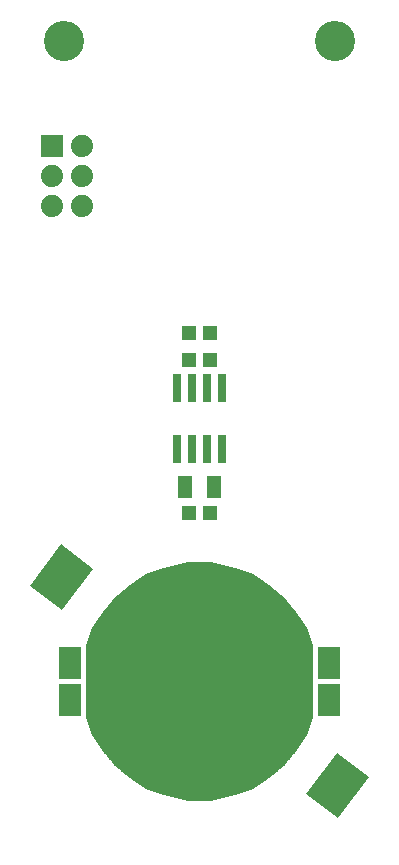
<source format=gbs>
G75*
%MOIN*%
%OFA0B0*%
%FSLAX25Y25*%
%IPPOS*%
%LPD*%
%AMOC8*
5,1,8,0,0,1.08239X$1,22.5*
%
%ADD10C,0.13398*%
%ADD11R,0.07800X0.10800*%
%ADD12C,0.32296*%
%ADD13C,0.00500*%
%ADD14R,0.07400X0.07400*%
%ADD15C,0.07400*%
%ADD16R,0.13398X0.17335*%
%ADD17R,0.05131X0.07493*%
%ADD18R,0.05131X0.04737*%
%ADD19R,0.04737X0.05131*%
%ADD20R,0.03162X0.09461*%
D10*
X0013780Y0261811D03*
X0104331Y0261811D03*
D11*
X0102362Y0054331D03*
X0102362Y0042126D03*
X0015748Y0042126D03*
X0015748Y0054331D03*
D12*
X0059055Y0048228D03*
D13*
X0021654Y0036417D02*
X0023622Y0030512D01*
X0027559Y0024606D01*
X0031102Y0020276D01*
X0035433Y0016732D01*
X0041339Y0012795D01*
X0047244Y0010827D01*
X0055118Y0008858D01*
X0059055Y0008858D01*
X0059055Y0048228D01*
X0096457Y0048228D01*
X0096457Y0036417D01*
X0094488Y0030512D01*
X0090551Y0024606D01*
X0087008Y0020276D01*
X0082677Y0016732D01*
X0076772Y0012795D01*
X0070866Y0010827D01*
X0062992Y0008858D01*
X0059055Y0008858D01*
X0059055Y0048228D01*
X0021654Y0048228D01*
X0021654Y0060039D01*
X0023622Y0065945D01*
X0027559Y0071850D01*
X0031102Y0076181D01*
X0035433Y0079724D01*
X0041339Y0083661D01*
X0047244Y0085630D01*
X0055118Y0087598D01*
X0059055Y0087598D01*
X0059055Y0048228D01*
X0021654Y0048228D01*
X0021654Y0036417D01*
X0021662Y0036391D02*
X0059055Y0036391D01*
X0096448Y0036391D01*
X0096457Y0036890D02*
X0059055Y0036890D01*
X0021654Y0036890D01*
X0021654Y0037388D02*
X0059055Y0037388D01*
X0096457Y0037388D01*
X0096457Y0037887D02*
X0059055Y0037887D01*
X0021654Y0037887D01*
X0021654Y0038385D02*
X0059055Y0038385D01*
X0096457Y0038385D01*
X0096457Y0038884D02*
X0059055Y0038884D01*
X0021654Y0038884D01*
X0021654Y0039382D02*
X0059055Y0039382D01*
X0096457Y0039382D01*
X0096457Y0039881D02*
X0059055Y0039881D01*
X0021654Y0039881D01*
X0021654Y0040379D02*
X0059055Y0040379D01*
X0096457Y0040379D01*
X0096457Y0040878D02*
X0059055Y0040878D01*
X0021654Y0040878D01*
X0021654Y0041376D02*
X0059055Y0041376D01*
X0096457Y0041376D01*
X0096457Y0041875D02*
X0059055Y0041875D01*
X0021654Y0041875D01*
X0021654Y0042373D02*
X0059055Y0042373D01*
X0096457Y0042373D01*
X0096457Y0042872D02*
X0059055Y0042872D01*
X0021654Y0042872D01*
X0021654Y0043370D02*
X0059055Y0043370D01*
X0096457Y0043370D01*
X0096457Y0043869D02*
X0059055Y0043869D01*
X0021654Y0043869D01*
X0021654Y0044368D02*
X0059055Y0044368D01*
X0096457Y0044368D01*
X0096457Y0044866D02*
X0059055Y0044866D01*
X0021654Y0044866D01*
X0021654Y0045365D02*
X0059055Y0045365D01*
X0096457Y0045365D01*
X0096457Y0045863D02*
X0059055Y0045863D01*
X0021654Y0045863D01*
X0021654Y0046362D02*
X0059055Y0046362D01*
X0096457Y0046362D01*
X0096457Y0046860D02*
X0059055Y0046860D01*
X0021654Y0046860D01*
X0021654Y0047359D02*
X0059055Y0047359D01*
X0096457Y0047359D01*
X0096457Y0047857D02*
X0059055Y0047857D01*
X0021654Y0047857D01*
X0021654Y0048356D02*
X0059055Y0048356D01*
X0096457Y0048356D01*
X0096457Y0048228D02*
X0059055Y0048228D01*
X0059055Y0087598D01*
X0062992Y0087598D01*
X0070866Y0085630D01*
X0076772Y0083661D01*
X0082677Y0079724D01*
X0087008Y0076181D01*
X0090551Y0071850D01*
X0094488Y0065945D01*
X0096457Y0060039D01*
X0096457Y0048228D01*
X0096457Y0048854D02*
X0059055Y0048854D01*
X0021654Y0048854D01*
X0021654Y0049353D02*
X0059055Y0049353D01*
X0096457Y0049353D01*
X0096457Y0049851D02*
X0059055Y0049851D01*
X0021654Y0049851D01*
X0021654Y0050350D02*
X0059055Y0050350D01*
X0096457Y0050350D01*
X0096457Y0050848D02*
X0059055Y0050848D01*
X0021654Y0050848D01*
X0021654Y0051347D02*
X0059055Y0051347D01*
X0096457Y0051347D01*
X0096457Y0051845D02*
X0059055Y0051845D01*
X0021654Y0051845D01*
X0021654Y0052344D02*
X0059055Y0052344D01*
X0096457Y0052344D01*
X0096457Y0052842D02*
X0059055Y0052842D01*
X0021654Y0052842D01*
X0021654Y0053341D02*
X0059055Y0053341D01*
X0096457Y0053341D01*
X0096457Y0053839D02*
X0059055Y0053839D01*
X0021654Y0053839D01*
X0021654Y0054338D02*
X0059055Y0054338D01*
X0096457Y0054338D01*
X0096457Y0054836D02*
X0059055Y0054836D01*
X0021654Y0054836D01*
X0021654Y0055335D02*
X0059055Y0055335D01*
X0096457Y0055335D01*
X0096457Y0055833D02*
X0059055Y0055833D01*
X0021654Y0055833D01*
X0021654Y0056332D02*
X0059055Y0056332D01*
X0096457Y0056332D01*
X0096457Y0056830D02*
X0059055Y0056830D01*
X0021654Y0056830D01*
X0021654Y0057329D02*
X0059055Y0057329D01*
X0096457Y0057329D01*
X0096457Y0057827D02*
X0059055Y0057827D01*
X0021654Y0057827D01*
X0021654Y0058326D02*
X0059055Y0058326D01*
X0096457Y0058326D01*
X0096457Y0058824D02*
X0059055Y0058824D01*
X0021654Y0058824D01*
X0021654Y0059323D02*
X0059055Y0059323D01*
X0096457Y0059323D01*
X0096457Y0059821D02*
X0059055Y0059821D01*
X0021654Y0059821D01*
X0021747Y0060320D02*
X0059055Y0060320D01*
X0096363Y0060320D01*
X0096197Y0060818D02*
X0059055Y0060818D01*
X0021913Y0060818D01*
X0022079Y0061317D02*
X0059055Y0061317D01*
X0096031Y0061317D01*
X0095865Y0061815D02*
X0059055Y0061815D01*
X0022246Y0061815D01*
X0022412Y0062314D02*
X0059055Y0062314D01*
X0095699Y0062314D01*
X0095532Y0062812D02*
X0059055Y0062812D01*
X0022578Y0062812D01*
X0022744Y0063311D02*
X0059055Y0063311D01*
X0095366Y0063311D01*
X0095200Y0063809D02*
X0059055Y0063809D01*
X0022910Y0063809D01*
X0023076Y0064308D02*
X0059055Y0064308D01*
X0095034Y0064308D01*
X0094868Y0064806D02*
X0059055Y0064806D01*
X0023243Y0064806D01*
X0023409Y0065305D02*
X0059055Y0065305D01*
X0094701Y0065305D01*
X0094535Y0065803D02*
X0059055Y0065803D01*
X0023575Y0065803D01*
X0023860Y0066302D02*
X0059055Y0066302D01*
X0094250Y0066302D01*
X0093918Y0066801D02*
X0059055Y0066801D01*
X0024192Y0066801D01*
X0024525Y0067299D02*
X0059055Y0067299D01*
X0093585Y0067299D01*
X0093253Y0067798D02*
X0059055Y0067798D01*
X0024857Y0067798D01*
X0025189Y0068296D02*
X0059055Y0068296D01*
X0092921Y0068296D01*
X0092588Y0068795D02*
X0059055Y0068795D01*
X0025522Y0068795D01*
X0025854Y0069293D02*
X0059055Y0069293D01*
X0092256Y0069293D01*
X0091924Y0069792D02*
X0059055Y0069792D01*
X0026187Y0069792D01*
X0026519Y0070290D02*
X0059055Y0070290D01*
X0091591Y0070290D01*
X0091259Y0070789D02*
X0059055Y0070789D01*
X0026851Y0070789D01*
X0027184Y0071287D02*
X0059055Y0071287D01*
X0090927Y0071287D01*
X0090594Y0071786D02*
X0059055Y0071786D01*
X0027516Y0071786D01*
X0027914Y0072284D02*
X0059055Y0072284D01*
X0090196Y0072284D01*
X0089788Y0072783D02*
X0059055Y0072783D01*
X0028322Y0072783D01*
X0028730Y0073281D02*
X0059055Y0073281D01*
X0089381Y0073281D01*
X0088973Y0073780D02*
X0059055Y0073780D01*
X0029138Y0073780D01*
X0029545Y0074278D02*
X0059055Y0074278D01*
X0088565Y0074278D01*
X0088157Y0074777D02*
X0059055Y0074777D01*
X0029953Y0074777D01*
X0030361Y0075275D02*
X0059055Y0075275D01*
X0087749Y0075275D01*
X0087341Y0075774D02*
X0059055Y0075774D01*
X0030769Y0075774D01*
X0031214Y0076272D02*
X0059055Y0076272D01*
X0086896Y0076272D01*
X0086287Y0076771D02*
X0059055Y0076771D01*
X0031823Y0076771D01*
X0032432Y0077269D02*
X0059055Y0077269D01*
X0085678Y0077269D01*
X0085069Y0077768D02*
X0059055Y0077768D01*
X0033042Y0077768D01*
X0033651Y0078266D02*
X0059055Y0078266D01*
X0084459Y0078266D01*
X0083850Y0078765D02*
X0059055Y0078765D01*
X0034260Y0078765D01*
X0034869Y0079263D02*
X0059055Y0079263D01*
X0083241Y0079263D01*
X0082621Y0079762D02*
X0059055Y0079762D01*
X0035489Y0079762D01*
X0036237Y0080260D02*
X0059055Y0080260D01*
X0081873Y0080260D01*
X0081126Y0080759D02*
X0059055Y0080759D01*
X0036985Y0080759D01*
X0037732Y0081257D02*
X0059055Y0081257D01*
X0080378Y0081257D01*
X0079630Y0081756D02*
X0059055Y0081756D01*
X0038480Y0081756D01*
X0039228Y0082254D02*
X0059055Y0082254D01*
X0078882Y0082254D01*
X0078134Y0082753D02*
X0059055Y0082753D01*
X0039976Y0082753D01*
X0040724Y0083251D02*
X0059055Y0083251D01*
X0077387Y0083251D01*
X0076506Y0083750D02*
X0059055Y0083750D01*
X0041604Y0083750D01*
X0043100Y0084248D02*
X0059055Y0084248D01*
X0075011Y0084248D01*
X0073515Y0084747D02*
X0059055Y0084747D01*
X0044595Y0084747D01*
X0046091Y0085245D02*
X0059055Y0085245D01*
X0072020Y0085245D01*
X0070410Y0085744D02*
X0059055Y0085744D01*
X0047700Y0085744D01*
X0049694Y0086242D02*
X0059055Y0086242D01*
X0068416Y0086242D01*
X0066422Y0086741D02*
X0059055Y0086741D01*
X0051688Y0086741D01*
X0053682Y0087239D02*
X0059055Y0087239D01*
X0064428Y0087239D01*
X0059055Y0035893D02*
X0096282Y0035893D01*
X0096116Y0035394D02*
X0059055Y0035394D01*
X0021995Y0035394D01*
X0022161Y0034896D02*
X0059055Y0034896D01*
X0095950Y0034896D01*
X0095783Y0034397D02*
X0059055Y0034397D01*
X0022327Y0034397D01*
X0022493Y0033899D02*
X0059055Y0033899D01*
X0095617Y0033899D01*
X0095451Y0033400D02*
X0059055Y0033400D01*
X0022659Y0033400D01*
X0022825Y0032902D02*
X0059055Y0032902D01*
X0095285Y0032902D01*
X0095119Y0032403D02*
X0059055Y0032403D01*
X0022992Y0032403D01*
X0023158Y0031905D02*
X0059055Y0031905D01*
X0094952Y0031905D01*
X0094786Y0031406D02*
X0059055Y0031406D01*
X0023324Y0031406D01*
X0023490Y0030908D02*
X0059055Y0030908D01*
X0094620Y0030908D01*
X0094420Y0030409D02*
X0059055Y0030409D01*
X0023690Y0030409D01*
X0024023Y0029911D02*
X0059055Y0029911D01*
X0094087Y0029911D01*
X0093755Y0029412D02*
X0059055Y0029412D01*
X0024355Y0029412D01*
X0024687Y0028914D02*
X0059055Y0028914D01*
X0093423Y0028914D01*
X0093090Y0028415D02*
X0059055Y0028415D01*
X0025020Y0028415D01*
X0025352Y0027917D02*
X0059055Y0027917D01*
X0092758Y0027917D01*
X0092426Y0027418D02*
X0059055Y0027418D01*
X0025685Y0027418D01*
X0026017Y0026920D02*
X0059055Y0026920D01*
X0092093Y0026920D01*
X0091761Y0026421D02*
X0059055Y0026421D01*
X0026349Y0026421D01*
X0026682Y0025923D02*
X0059055Y0025923D01*
X0091429Y0025923D01*
X0091096Y0025424D02*
X0059055Y0025424D01*
X0027014Y0025424D01*
X0027346Y0024926D02*
X0059055Y0024926D01*
X0090764Y0024926D01*
X0090405Y0024427D02*
X0059055Y0024427D01*
X0027706Y0024427D01*
X0028114Y0023929D02*
X0059055Y0023929D01*
X0089997Y0023929D01*
X0089589Y0023430D02*
X0059055Y0023430D01*
X0028521Y0023430D01*
X0028929Y0022932D02*
X0059055Y0022932D01*
X0089181Y0022932D01*
X0088773Y0022433D02*
X0059055Y0022433D01*
X0029337Y0022433D01*
X0029745Y0021934D02*
X0059055Y0021934D01*
X0088365Y0021934D01*
X0087957Y0021436D02*
X0059055Y0021436D01*
X0030153Y0021436D01*
X0030561Y0020937D02*
X0059055Y0020937D01*
X0087549Y0020937D01*
X0087142Y0020439D02*
X0059055Y0020439D01*
X0030969Y0020439D01*
X0031512Y0019940D02*
X0059055Y0019940D01*
X0086598Y0019940D01*
X0085989Y0019442D02*
X0059055Y0019442D01*
X0032121Y0019442D01*
X0032731Y0018943D02*
X0059055Y0018943D01*
X0085380Y0018943D01*
X0084770Y0018445D02*
X0059055Y0018445D01*
X0033340Y0018445D01*
X0033949Y0017946D02*
X0059055Y0017946D01*
X0084161Y0017946D01*
X0083552Y0017448D02*
X0059055Y0017448D01*
X0034558Y0017448D01*
X0035168Y0016949D02*
X0059055Y0016949D01*
X0082943Y0016949D01*
X0082255Y0016451D02*
X0059055Y0016451D01*
X0035855Y0016451D01*
X0036603Y0015952D02*
X0059055Y0015952D01*
X0081507Y0015952D01*
X0080760Y0015454D02*
X0059055Y0015454D01*
X0037351Y0015454D01*
X0038098Y0014955D02*
X0059055Y0014955D01*
X0080012Y0014955D01*
X0079264Y0014457D02*
X0059055Y0014457D01*
X0038846Y0014457D01*
X0039594Y0013958D02*
X0059055Y0013958D01*
X0078516Y0013958D01*
X0077768Y0013460D02*
X0059055Y0013460D01*
X0040342Y0013460D01*
X0041090Y0012961D02*
X0059055Y0012961D01*
X0077021Y0012961D01*
X0075774Y0012463D02*
X0059055Y0012463D01*
X0042336Y0012463D01*
X0043832Y0011964D02*
X0059055Y0011964D01*
X0074279Y0011964D01*
X0072783Y0011466D02*
X0059055Y0011466D01*
X0045327Y0011466D01*
X0046823Y0010967D02*
X0059055Y0010967D01*
X0071288Y0010967D01*
X0069434Y0010469D02*
X0059055Y0010469D01*
X0048676Y0010469D01*
X0050670Y0009970D02*
X0059055Y0009970D01*
X0067440Y0009970D01*
X0065446Y0009472D02*
X0059055Y0009472D01*
X0052664Y0009472D01*
X0054658Y0008973D02*
X0059055Y0008973D01*
X0063452Y0008973D01*
X0059055Y0035893D02*
X0021828Y0035893D01*
D14*
X0009764Y0226535D03*
D15*
X0009764Y0216535D03*
X0009764Y0206535D03*
X0019764Y0206535D03*
X0019764Y0216535D03*
X0019764Y0226535D03*
D16*
G36*
X0013126Y0071986D02*
X0002427Y0080049D01*
X0012858Y0093892D01*
X0023557Y0085829D01*
X0013126Y0071986D01*
G37*
G36*
X0105252Y0002564D02*
X0094553Y0010627D01*
X0104984Y0024470D01*
X0115683Y0016407D01*
X0105252Y0002564D01*
G37*
D17*
X0063976Y0113189D03*
X0054134Y0113189D03*
D18*
X0055709Y0104331D03*
X0062402Y0104331D03*
D19*
X0062402Y0155512D03*
X0062402Y0164370D03*
X0055709Y0164370D03*
X0055709Y0155512D03*
D20*
X0056555Y0146063D03*
X0051555Y0146063D03*
X0061555Y0146063D03*
X0066555Y0146063D03*
X0066555Y0125591D03*
X0061555Y0125591D03*
X0056555Y0125591D03*
X0051555Y0125591D03*
M02*

</source>
